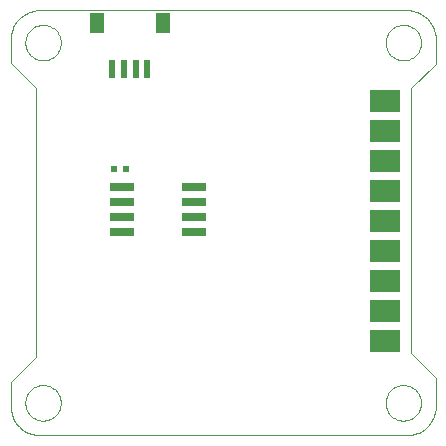
<source format=gbp>
G75*
G70*
%OFA0B0*%
%FSLAX24Y24*%
%IPPOS*%
%LPD*%
%AMOC8*
5,1,8,0,0,1.08239X$1,22.5*
%
%ADD10C,0.0000*%
%ADD11R,0.1000X0.0750*%
%ADD12R,0.0197X0.0236*%
%ADD13R,0.0236X0.0610*%
%ADD14R,0.0472X0.0709*%
%ADD15R,0.0800X0.0260*%
D10*
X011483Y005999D02*
X011483Y006796D01*
X012327Y007639D01*
X012327Y016577D01*
X011483Y017421D01*
X011483Y018203D01*
X011485Y018265D01*
X011491Y018326D01*
X011500Y018387D01*
X011514Y018448D01*
X011531Y018507D01*
X011552Y018565D01*
X011577Y018622D01*
X011605Y018677D01*
X011636Y018730D01*
X011671Y018781D01*
X011709Y018830D01*
X011750Y018877D01*
X011793Y018920D01*
X011840Y018961D01*
X011889Y018999D01*
X011940Y019034D01*
X011993Y019065D01*
X012048Y019093D01*
X012105Y019118D01*
X012163Y019139D01*
X012222Y019156D01*
X012283Y019170D01*
X012344Y019179D01*
X012405Y019185D01*
X012467Y019187D01*
X012467Y019188D02*
X024672Y019188D01*
X024672Y019187D02*
X024734Y019185D01*
X024795Y019179D01*
X024856Y019170D01*
X024917Y019156D01*
X024976Y019139D01*
X025034Y019118D01*
X025091Y019093D01*
X025146Y019065D01*
X025199Y019034D01*
X025250Y018999D01*
X025299Y018961D01*
X025346Y018920D01*
X025389Y018877D01*
X025430Y018830D01*
X025468Y018781D01*
X025503Y018730D01*
X025534Y018677D01*
X025562Y018622D01*
X025587Y018565D01*
X025608Y018507D01*
X025625Y018448D01*
X025639Y018387D01*
X025648Y018326D01*
X025654Y018265D01*
X025656Y018203D01*
X025656Y017406D01*
X024827Y016577D01*
X024827Y007764D01*
X025656Y006935D01*
X025656Y005999D01*
X025654Y005937D01*
X025648Y005876D01*
X025639Y005815D01*
X025625Y005754D01*
X025608Y005695D01*
X025587Y005637D01*
X025562Y005580D01*
X025534Y005525D01*
X025503Y005472D01*
X025468Y005421D01*
X025430Y005372D01*
X025389Y005325D01*
X025346Y005282D01*
X025299Y005241D01*
X025250Y005203D01*
X025199Y005168D01*
X025146Y005137D01*
X025091Y005109D01*
X025034Y005084D01*
X024976Y005063D01*
X024917Y005046D01*
X024856Y005032D01*
X024795Y005023D01*
X024734Y005017D01*
X024672Y005015D01*
X024672Y005014D02*
X012467Y005014D01*
X012467Y005015D02*
X012405Y005017D01*
X012344Y005023D01*
X012283Y005032D01*
X012222Y005046D01*
X012163Y005063D01*
X012105Y005084D01*
X012048Y005109D01*
X011993Y005137D01*
X011940Y005168D01*
X011889Y005203D01*
X011840Y005241D01*
X011793Y005282D01*
X011750Y005325D01*
X011709Y005372D01*
X011671Y005421D01*
X011636Y005472D01*
X011605Y005525D01*
X011577Y005580D01*
X011552Y005637D01*
X011531Y005695D01*
X011514Y005754D01*
X011500Y005815D01*
X011491Y005876D01*
X011485Y005937D01*
X011483Y005999D01*
X011975Y006097D02*
X011977Y006145D01*
X011983Y006193D01*
X011993Y006240D01*
X012006Y006286D01*
X012024Y006331D01*
X012044Y006375D01*
X012069Y006417D01*
X012097Y006456D01*
X012127Y006493D01*
X012161Y006527D01*
X012198Y006559D01*
X012236Y006588D01*
X012277Y006613D01*
X012320Y006635D01*
X012365Y006653D01*
X012411Y006667D01*
X012458Y006678D01*
X012506Y006685D01*
X012554Y006688D01*
X012602Y006687D01*
X012650Y006682D01*
X012698Y006673D01*
X012744Y006661D01*
X012789Y006644D01*
X012833Y006624D01*
X012875Y006601D01*
X012915Y006574D01*
X012953Y006544D01*
X012988Y006511D01*
X013020Y006475D01*
X013050Y006437D01*
X013076Y006396D01*
X013098Y006353D01*
X013118Y006309D01*
X013133Y006264D01*
X013145Y006217D01*
X013153Y006169D01*
X013157Y006121D01*
X013157Y006073D01*
X013153Y006025D01*
X013145Y005977D01*
X013133Y005930D01*
X013118Y005885D01*
X013098Y005841D01*
X013076Y005798D01*
X013050Y005757D01*
X013020Y005719D01*
X012988Y005683D01*
X012953Y005650D01*
X012915Y005620D01*
X012875Y005593D01*
X012833Y005570D01*
X012789Y005550D01*
X012744Y005533D01*
X012698Y005521D01*
X012650Y005512D01*
X012602Y005507D01*
X012554Y005506D01*
X012506Y005509D01*
X012458Y005516D01*
X012411Y005527D01*
X012365Y005541D01*
X012320Y005559D01*
X012277Y005581D01*
X012236Y005606D01*
X012198Y005635D01*
X012161Y005667D01*
X012127Y005701D01*
X012097Y005738D01*
X012069Y005777D01*
X012044Y005819D01*
X012024Y005863D01*
X012006Y005908D01*
X011993Y005954D01*
X011983Y006001D01*
X011977Y006049D01*
X011975Y006097D01*
X023983Y006097D02*
X023985Y006145D01*
X023991Y006193D01*
X024001Y006240D01*
X024014Y006286D01*
X024032Y006331D01*
X024052Y006375D01*
X024077Y006417D01*
X024105Y006456D01*
X024135Y006493D01*
X024169Y006527D01*
X024206Y006559D01*
X024244Y006588D01*
X024285Y006613D01*
X024328Y006635D01*
X024373Y006653D01*
X024419Y006667D01*
X024466Y006678D01*
X024514Y006685D01*
X024562Y006688D01*
X024610Y006687D01*
X024658Y006682D01*
X024706Y006673D01*
X024752Y006661D01*
X024797Y006644D01*
X024841Y006624D01*
X024883Y006601D01*
X024923Y006574D01*
X024961Y006544D01*
X024996Y006511D01*
X025028Y006475D01*
X025058Y006437D01*
X025084Y006396D01*
X025106Y006353D01*
X025126Y006309D01*
X025141Y006264D01*
X025153Y006217D01*
X025161Y006169D01*
X025165Y006121D01*
X025165Y006073D01*
X025161Y006025D01*
X025153Y005977D01*
X025141Y005930D01*
X025126Y005885D01*
X025106Y005841D01*
X025084Y005798D01*
X025058Y005757D01*
X025028Y005719D01*
X024996Y005683D01*
X024961Y005650D01*
X024923Y005620D01*
X024883Y005593D01*
X024841Y005570D01*
X024797Y005550D01*
X024752Y005533D01*
X024706Y005521D01*
X024658Y005512D01*
X024610Y005507D01*
X024562Y005506D01*
X024514Y005509D01*
X024466Y005516D01*
X024419Y005527D01*
X024373Y005541D01*
X024328Y005559D01*
X024285Y005581D01*
X024244Y005606D01*
X024206Y005635D01*
X024169Y005667D01*
X024135Y005701D01*
X024105Y005738D01*
X024077Y005777D01*
X024052Y005819D01*
X024032Y005863D01*
X024014Y005908D01*
X024001Y005954D01*
X023991Y006001D01*
X023985Y006049D01*
X023983Y006097D01*
X023983Y018105D02*
X023985Y018153D01*
X023991Y018201D01*
X024001Y018248D01*
X024014Y018294D01*
X024032Y018339D01*
X024052Y018383D01*
X024077Y018425D01*
X024105Y018464D01*
X024135Y018501D01*
X024169Y018535D01*
X024206Y018567D01*
X024244Y018596D01*
X024285Y018621D01*
X024328Y018643D01*
X024373Y018661D01*
X024419Y018675D01*
X024466Y018686D01*
X024514Y018693D01*
X024562Y018696D01*
X024610Y018695D01*
X024658Y018690D01*
X024706Y018681D01*
X024752Y018669D01*
X024797Y018652D01*
X024841Y018632D01*
X024883Y018609D01*
X024923Y018582D01*
X024961Y018552D01*
X024996Y018519D01*
X025028Y018483D01*
X025058Y018445D01*
X025084Y018404D01*
X025106Y018361D01*
X025126Y018317D01*
X025141Y018272D01*
X025153Y018225D01*
X025161Y018177D01*
X025165Y018129D01*
X025165Y018081D01*
X025161Y018033D01*
X025153Y017985D01*
X025141Y017938D01*
X025126Y017893D01*
X025106Y017849D01*
X025084Y017806D01*
X025058Y017765D01*
X025028Y017727D01*
X024996Y017691D01*
X024961Y017658D01*
X024923Y017628D01*
X024883Y017601D01*
X024841Y017578D01*
X024797Y017558D01*
X024752Y017541D01*
X024706Y017529D01*
X024658Y017520D01*
X024610Y017515D01*
X024562Y017514D01*
X024514Y017517D01*
X024466Y017524D01*
X024419Y017535D01*
X024373Y017549D01*
X024328Y017567D01*
X024285Y017589D01*
X024244Y017614D01*
X024206Y017643D01*
X024169Y017675D01*
X024135Y017709D01*
X024105Y017746D01*
X024077Y017785D01*
X024052Y017827D01*
X024032Y017871D01*
X024014Y017916D01*
X024001Y017962D01*
X023991Y018009D01*
X023985Y018057D01*
X023983Y018105D01*
X011975Y018105D02*
X011977Y018153D01*
X011983Y018201D01*
X011993Y018248D01*
X012006Y018294D01*
X012024Y018339D01*
X012044Y018383D01*
X012069Y018425D01*
X012097Y018464D01*
X012127Y018501D01*
X012161Y018535D01*
X012198Y018567D01*
X012236Y018596D01*
X012277Y018621D01*
X012320Y018643D01*
X012365Y018661D01*
X012411Y018675D01*
X012458Y018686D01*
X012506Y018693D01*
X012554Y018696D01*
X012602Y018695D01*
X012650Y018690D01*
X012698Y018681D01*
X012744Y018669D01*
X012789Y018652D01*
X012833Y018632D01*
X012875Y018609D01*
X012915Y018582D01*
X012953Y018552D01*
X012988Y018519D01*
X013020Y018483D01*
X013050Y018445D01*
X013076Y018404D01*
X013098Y018361D01*
X013118Y018317D01*
X013133Y018272D01*
X013145Y018225D01*
X013153Y018177D01*
X013157Y018129D01*
X013157Y018081D01*
X013153Y018033D01*
X013145Y017985D01*
X013133Y017938D01*
X013118Y017893D01*
X013098Y017849D01*
X013076Y017806D01*
X013050Y017765D01*
X013020Y017727D01*
X012988Y017691D01*
X012953Y017658D01*
X012915Y017628D01*
X012875Y017601D01*
X012833Y017578D01*
X012789Y017558D01*
X012744Y017541D01*
X012698Y017529D01*
X012650Y017520D01*
X012602Y017515D01*
X012554Y017514D01*
X012506Y017517D01*
X012458Y017524D01*
X012411Y017535D01*
X012365Y017549D01*
X012320Y017567D01*
X012277Y017589D01*
X012236Y017614D01*
X012198Y017643D01*
X012161Y017675D01*
X012127Y017709D01*
X012097Y017746D01*
X012069Y017785D01*
X012044Y017827D01*
X012024Y017871D01*
X012006Y017916D01*
X011993Y017962D01*
X011983Y018009D01*
X011977Y018057D01*
X011975Y018105D01*
D11*
X023977Y016171D03*
X023977Y015171D03*
X023977Y014171D03*
X023977Y013171D03*
X023977Y012171D03*
X023977Y011171D03*
X023977Y010171D03*
X023977Y009171D03*
X023977Y008171D03*
D12*
X015336Y013889D03*
X014943Y013889D03*
D13*
X014861Y017218D03*
X015255Y017218D03*
X015649Y017218D03*
X016042Y017218D03*
D14*
X016554Y018744D03*
X014350Y018744D03*
D15*
X015179Y013296D03*
X015179Y012796D03*
X015179Y012296D03*
X015179Y011796D03*
X017599Y011796D03*
X017599Y012296D03*
X017599Y012796D03*
X017599Y013296D03*
M02*

</source>
